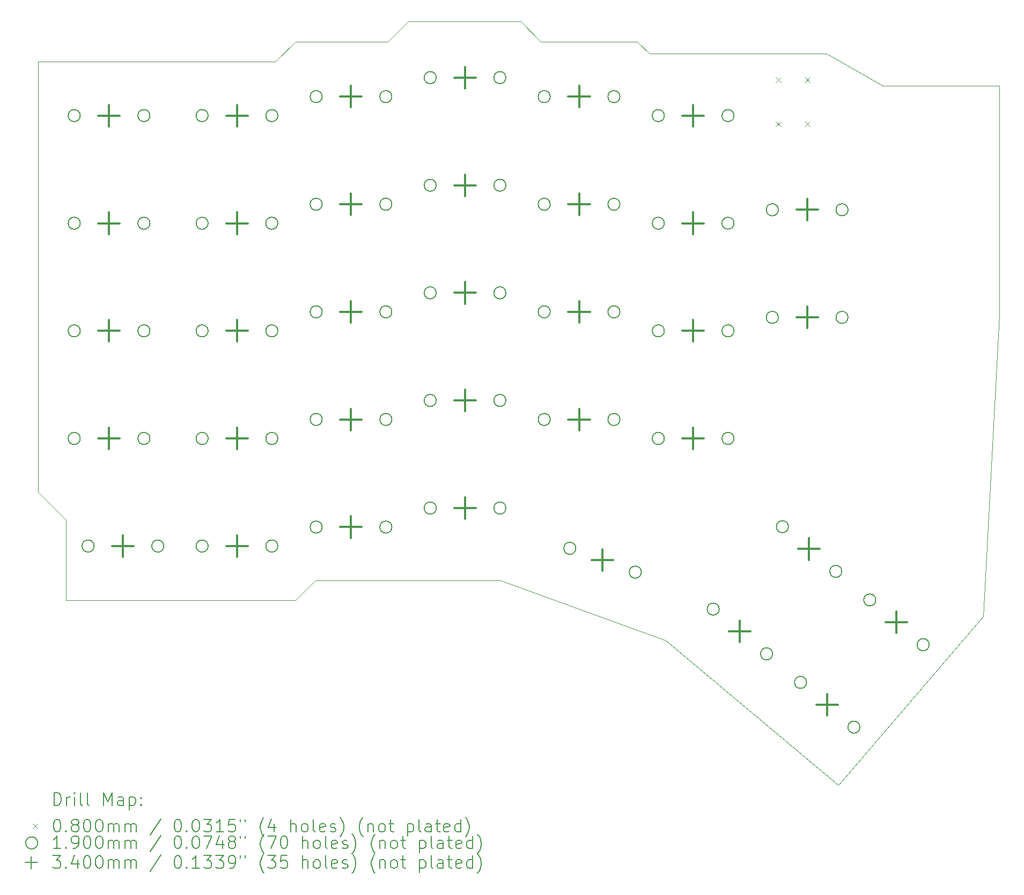
<source format=gbr>
%FSLAX45Y45*%
G04 Gerber Fmt 4.5, Leading zero omitted, Abs format (unit mm)*
G04 Created by KiCad (PCBNEW (6.0.5)) date 2022-06-20 01:21:09*
%MOMM*%
%LPD*%
G01*
G04 APERTURE LIST*
%TA.AperFunction,Profile*%
%ADD10C,0.100000*%
%TD*%
%ADD11C,0.200000*%
%ADD12C,0.080000*%
%ADD13C,0.190000*%
%ADD14C,0.340000*%
G04 APERTURE END LIST*
D10*
X11557000Y-4889500D02*
X11239500Y-4572000D01*
X13271500Y-5080000D02*
X13081000Y-4889500D01*
X16065500Y-5080000D02*
X13271500Y-5080000D01*
X9461500Y-4572000D02*
X9144000Y-4889500D01*
X9144000Y-4889500D02*
X7683500Y-4889500D01*
X16954500Y-5588000D02*
X16065500Y-5080000D01*
X4064000Y-12446000D02*
X4064000Y-13716000D01*
X16256000Y-16637000D02*
X18542000Y-13970000D01*
X7366000Y-5207000D02*
X3619500Y-5207000D01*
X13081000Y-4889500D02*
X11557000Y-4889500D01*
X18542000Y-13970000D02*
X18796000Y-9207500D01*
X11239500Y-4572000D02*
X9461500Y-4572000D01*
X18796000Y-5588000D02*
X16954500Y-5588000D01*
X3619500Y-5207000D02*
X3619500Y-12001500D01*
X3619500Y-12001500D02*
X4064000Y-12446000D01*
X18796000Y-9207500D02*
X18796000Y-5588000D01*
X7683500Y-13716000D02*
X8001000Y-13398500D01*
X7683500Y-4889500D02*
X7366000Y-5207000D01*
X8001000Y-13398500D02*
X10922000Y-13398500D01*
X4064000Y-13716000D02*
X7683500Y-13716000D01*
X10922000Y-13398500D02*
X13525500Y-14351000D01*
X13525500Y-14351000D02*
X16256000Y-16637000D01*
D11*
D12*
X15263500Y-5450750D02*
X15343500Y-5530750D01*
X15343500Y-5450750D02*
X15263500Y-5530750D01*
X15263500Y-6150750D02*
X15343500Y-6230750D01*
X15343500Y-6150750D02*
X15263500Y-6230750D01*
X15724291Y-5451182D02*
X15804291Y-5531182D01*
X15804291Y-5451182D02*
X15724291Y-5531182D01*
X15724291Y-6151182D02*
X15804291Y-6231182D01*
X15804291Y-6151182D02*
X15724291Y-6231182D01*
D13*
X4286000Y-6056440D02*
G75*
G03*
X4286000Y-6056440I-95000J0D01*
G01*
X4286000Y-7756440D02*
G75*
G03*
X4286000Y-7756440I-95000J0D01*
G01*
X4286000Y-9456440D02*
G75*
G03*
X4286000Y-9456440I-95000J0D01*
G01*
X4286000Y-11156440D02*
G75*
G03*
X4286000Y-11156440I-95000J0D01*
G01*
X4504750Y-12856440D02*
G75*
G03*
X4504750Y-12856440I-95000J0D01*
G01*
X5386000Y-6056440D02*
G75*
G03*
X5386000Y-6056440I-95000J0D01*
G01*
X5386000Y-7756440D02*
G75*
G03*
X5386000Y-7756440I-95000J0D01*
G01*
X5386000Y-9456440D02*
G75*
G03*
X5386000Y-9456440I-95000J0D01*
G01*
X5386000Y-11156440D02*
G75*
G03*
X5386000Y-11156440I-95000J0D01*
G01*
X5604750Y-12856440D02*
G75*
G03*
X5604750Y-12856440I-95000J0D01*
G01*
X6304750Y-6056440D02*
G75*
G03*
X6304750Y-6056440I-95000J0D01*
G01*
X6304750Y-7756440D02*
G75*
G03*
X6304750Y-7756440I-95000J0D01*
G01*
X6304750Y-9456440D02*
G75*
G03*
X6304750Y-9456440I-95000J0D01*
G01*
X6304750Y-11156440D02*
G75*
G03*
X6304750Y-11156440I-95000J0D01*
G01*
X6304750Y-12856440D02*
G75*
G03*
X6304750Y-12856440I-95000J0D01*
G01*
X7404750Y-6056440D02*
G75*
G03*
X7404750Y-6056440I-95000J0D01*
G01*
X7404750Y-7756440D02*
G75*
G03*
X7404750Y-7756440I-95000J0D01*
G01*
X7404750Y-9456440D02*
G75*
G03*
X7404750Y-9456440I-95000J0D01*
G01*
X7404750Y-11156440D02*
G75*
G03*
X7404750Y-11156440I-95000J0D01*
G01*
X7404750Y-12856440D02*
G75*
G03*
X7404750Y-12856440I-95000J0D01*
G01*
X8104750Y-5756440D02*
G75*
G03*
X8104750Y-5756440I-95000J0D01*
G01*
X8104750Y-7456440D02*
G75*
G03*
X8104750Y-7456440I-95000J0D01*
G01*
X8104750Y-9156440D02*
G75*
G03*
X8104750Y-9156440I-95000J0D01*
G01*
X8104750Y-10856440D02*
G75*
G03*
X8104750Y-10856440I-95000J0D01*
G01*
X8104750Y-12556440D02*
G75*
G03*
X8104750Y-12556440I-95000J0D01*
G01*
X9204750Y-5756440D02*
G75*
G03*
X9204750Y-5756440I-95000J0D01*
G01*
X9204750Y-7456440D02*
G75*
G03*
X9204750Y-7456440I-95000J0D01*
G01*
X9204750Y-9156440D02*
G75*
G03*
X9204750Y-9156440I-95000J0D01*
G01*
X9204750Y-10856440D02*
G75*
G03*
X9204750Y-10856440I-95000J0D01*
G01*
X9204750Y-12556440D02*
G75*
G03*
X9204750Y-12556440I-95000J0D01*
G01*
X9904750Y-5456440D02*
G75*
G03*
X9904750Y-5456440I-95000J0D01*
G01*
X9904750Y-7156440D02*
G75*
G03*
X9904750Y-7156440I-95000J0D01*
G01*
X9904750Y-8856440D02*
G75*
G03*
X9904750Y-8856440I-95000J0D01*
G01*
X9904750Y-10556440D02*
G75*
G03*
X9904750Y-10556440I-95000J0D01*
G01*
X9904750Y-12256440D02*
G75*
G03*
X9904750Y-12256440I-95000J0D01*
G01*
X11004750Y-5456440D02*
G75*
G03*
X11004750Y-5456440I-95000J0D01*
G01*
X11004750Y-7156440D02*
G75*
G03*
X11004750Y-7156440I-95000J0D01*
G01*
X11004750Y-8856440D02*
G75*
G03*
X11004750Y-8856440I-95000J0D01*
G01*
X11004750Y-10556440D02*
G75*
G03*
X11004750Y-10556440I-95000J0D01*
G01*
X11004750Y-12256440D02*
G75*
G03*
X11004750Y-12256440I-95000J0D01*
G01*
X11704750Y-5756440D02*
G75*
G03*
X11704750Y-5756440I-95000J0D01*
G01*
X11704750Y-7456440D02*
G75*
G03*
X11704750Y-7456440I-95000J0D01*
G01*
X11704750Y-9156440D02*
G75*
G03*
X11704750Y-9156440I-95000J0D01*
G01*
X11704750Y-10856440D02*
G75*
G03*
X11704750Y-10856440I-95000J0D01*
G01*
X12108887Y-12891834D02*
G75*
G03*
X12108887Y-12891834I-95000J0D01*
G01*
X12804750Y-5756440D02*
G75*
G03*
X12804750Y-5756440I-95000J0D01*
G01*
X12804750Y-7456440D02*
G75*
G03*
X12804750Y-7456440I-95000J0D01*
G01*
X12804750Y-9156440D02*
G75*
G03*
X12804750Y-9156440I-95000J0D01*
G01*
X12804750Y-10856440D02*
G75*
G03*
X12804750Y-10856440I-95000J0D01*
G01*
X13142549Y-13268056D02*
G75*
G03*
X13142549Y-13268056I-95000J0D01*
G01*
X13504750Y-6056440D02*
G75*
G03*
X13504750Y-6056440I-95000J0D01*
G01*
X13504750Y-7756440D02*
G75*
G03*
X13504750Y-7756440I-95000J0D01*
G01*
X13504750Y-9456440D02*
G75*
G03*
X13504750Y-9456440I-95000J0D01*
G01*
X13504750Y-11156440D02*
G75*
G03*
X13504750Y-11156440I-95000J0D01*
G01*
X14371230Y-13852848D02*
G75*
G03*
X14371230Y-13852848I-95000J0D01*
G01*
X14604750Y-6056440D02*
G75*
G03*
X14604750Y-6056440I-95000J0D01*
G01*
X14604750Y-7756440D02*
G75*
G03*
X14604750Y-7756440I-95000J0D01*
G01*
X14604750Y-9456440D02*
G75*
G03*
X14604750Y-9456440I-95000J0D01*
G01*
X14604750Y-11156440D02*
G75*
G03*
X14604750Y-11156440I-95000J0D01*
G01*
X15213879Y-14559914D02*
G75*
G03*
X15213879Y-14559914I-95000J0D01*
G01*
X15304750Y-7543940D02*
G75*
G03*
X15304750Y-7543940I-95000J0D01*
G01*
X15304750Y-9243940D02*
G75*
G03*
X15304750Y-9243940I-95000J0D01*
G01*
X15463969Y-12550572D02*
G75*
G03*
X15463969Y-12550572I-95000J0D01*
G01*
X15750110Y-15009865D02*
G75*
G03*
X15750110Y-15009865I-95000J0D01*
G01*
X16306618Y-13257638D02*
G75*
G03*
X16306618Y-13257638I-95000J0D01*
G01*
X16404750Y-7543940D02*
G75*
G03*
X16404750Y-7543940I-95000J0D01*
G01*
X16404750Y-9243940D02*
G75*
G03*
X16404750Y-9243940I-95000J0D01*
G01*
X16592759Y-15716932D02*
G75*
G03*
X16592759Y-15716932I-95000J0D01*
G01*
X16842849Y-13707590D02*
G75*
G03*
X16842849Y-13707590I-95000J0D01*
G01*
X17685498Y-14414656D02*
G75*
G03*
X17685498Y-14414656I-95000J0D01*
G01*
D14*
X4741000Y-5886440D02*
X4741000Y-6226440D01*
X4571000Y-6056440D02*
X4911000Y-6056440D01*
X4741000Y-7586440D02*
X4741000Y-7926440D01*
X4571000Y-7756440D02*
X4911000Y-7756440D01*
X4741000Y-9286440D02*
X4741000Y-9626440D01*
X4571000Y-9456440D02*
X4911000Y-9456440D01*
X4741000Y-10986440D02*
X4741000Y-11326440D01*
X4571000Y-11156440D02*
X4911000Y-11156440D01*
X4959750Y-12686440D02*
X4959750Y-13026440D01*
X4789750Y-12856440D02*
X5129750Y-12856440D01*
X6759750Y-5886440D02*
X6759750Y-6226440D01*
X6589750Y-6056440D02*
X6929750Y-6056440D01*
X6759750Y-7586440D02*
X6759750Y-7926440D01*
X6589750Y-7756440D02*
X6929750Y-7756440D01*
X6759750Y-9286440D02*
X6759750Y-9626440D01*
X6589750Y-9456440D02*
X6929750Y-9456440D01*
X6759750Y-10986440D02*
X6759750Y-11326440D01*
X6589750Y-11156440D02*
X6929750Y-11156440D01*
X6759750Y-12686440D02*
X6759750Y-13026440D01*
X6589750Y-12856440D02*
X6929750Y-12856440D01*
X8559750Y-5586440D02*
X8559750Y-5926440D01*
X8389750Y-5756440D02*
X8729750Y-5756440D01*
X8559750Y-7286440D02*
X8559750Y-7626440D01*
X8389750Y-7456440D02*
X8729750Y-7456440D01*
X8559750Y-8986440D02*
X8559750Y-9326440D01*
X8389750Y-9156440D02*
X8729750Y-9156440D01*
X8559750Y-10686440D02*
X8559750Y-11026440D01*
X8389750Y-10856440D02*
X8729750Y-10856440D01*
X8559750Y-12386440D02*
X8559750Y-12726440D01*
X8389750Y-12556440D02*
X8729750Y-12556440D01*
X10359750Y-5286440D02*
X10359750Y-5626440D01*
X10189750Y-5456440D02*
X10529750Y-5456440D01*
X10359750Y-6986440D02*
X10359750Y-7326440D01*
X10189750Y-7156440D02*
X10529750Y-7156440D01*
X10359750Y-8686440D02*
X10359750Y-9026440D01*
X10189750Y-8856440D02*
X10529750Y-8856440D01*
X10359750Y-10386440D02*
X10359750Y-10726440D01*
X10189750Y-10556440D02*
X10529750Y-10556440D01*
X10359750Y-12086440D02*
X10359750Y-12426440D01*
X10189750Y-12256440D02*
X10529750Y-12256440D01*
X12159750Y-5586440D02*
X12159750Y-5926440D01*
X11989750Y-5756440D02*
X12329750Y-5756440D01*
X12159750Y-7286440D02*
X12159750Y-7626440D01*
X11989750Y-7456440D02*
X12329750Y-7456440D01*
X12159750Y-8986440D02*
X12159750Y-9326440D01*
X11989750Y-9156440D02*
X12329750Y-9156440D01*
X12159750Y-10686440D02*
X12159750Y-11026440D01*
X11989750Y-10856440D02*
X12329750Y-10856440D01*
X12530718Y-12909945D02*
X12530718Y-13249945D01*
X12360718Y-13079945D02*
X12700718Y-13079945D01*
X13959750Y-5886440D02*
X13959750Y-6226440D01*
X13789750Y-6056440D02*
X14129750Y-6056440D01*
X13959750Y-7586440D02*
X13959750Y-7926440D01*
X13789750Y-7756440D02*
X14129750Y-7756440D01*
X13959750Y-9286440D02*
X13959750Y-9626440D01*
X13789750Y-9456440D02*
X14129750Y-9456440D01*
X13959750Y-10986440D02*
X13959750Y-11326440D01*
X13789750Y-11156440D02*
X14129750Y-11156440D01*
X14697555Y-14036381D02*
X14697555Y-14376381D01*
X14527555Y-14206381D02*
X14867555Y-14206381D01*
X15759750Y-7373940D02*
X15759750Y-7713940D01*
X15589750Y-7543940D02*
X15929750Y-7543940D01*
X15759750Y-9073940D02*
X15759750Y-9413940D01*
X15589750Y-9243940D02*
X15929750Y-9243940D01*
X15790293Y-12734105D02*
X15790293Y-13074105D01*
X15620293Y-12904105D02*
X15960293Y-12904105D01*
X16076435Y-15193398D02*
X16076435Y-15533398D01*
X15906435Y-15363398D02*
X16246435Y-15363398D01*
X17169174Y-13891123D02*
X17169174Y-14231123D01*
X16999174Y-14061123D02*
X17339174Y-14061123D01*
D11*
X3872119Y-16952476D02*
X3872119Y-16752476D01*
X3919738Y-16752476D01*
X3948309Y-16762000D01*
X3967357Y-16781048D01*
X3976881Y-16800095D01*
X3986405Y-16838190D01*
X3986405Y-16866762D01*
X3976881Y-16904857D01*
X3967357Y-16923905D01*
X3948309Y-16942952D01*
X3919738Y-16952476D01*
X3872119Y-16952476D01*
X4072119Y-16952476D02*
X4072119Y-16819143D01*
X4072119Y-16857238D02*
X4081643Y-16838190D01*
X4091167Y-16828667D01*
X4110214Y-16819143D01*
X4129262Y-16819143D01*
X4195929Y-16952476D02*
X4195929Y-16819143D01*
X4195929Y-16752476D02*
X4186405Y-16762000D01*
X4195929Y-16771524D01*
X4205452Y-16762000D01*
X4195929Y-16752476D01*
X4195929Y-16771524D01*
X4319738Y-16952476D02*
X4300690Y-16942952D01*
X4291167Y-16923905D01*
X4291167Y-16752476D01*
X4424500Y-16952476D02*
X4405452Y-16942952D01*
X4395929Y-16923905D01*
X4395929Y-16752476D01*
X4653071Y-16952476D02*
X4653071Y-16752476D01*
X4719738Y-16895333D01*
X4786405Y-16752476D01*
X4786405Y-16952476D01*
X4967357Y-16952476D02*
X4967357Y-16847714D01*
X4957833Y-16828667D01*
X4938786Y-16819143D01*
X4900690Y-16819143D01*
X4881643Y-16828667D01*
X4967357Y-16942952D02*
X4948310Y-16952476D01*
X4900690Y-16952476D01*
X4881643Y-16942952D01*
X4872119Y-16923905D01*
X4872119Y-16904857D01*
X4881643Y-16885810D01*
X4900690Y-16876286D01*
X4948310Y-16876286D01*
X4967357Y-16866762D01*
X5062595Y-16819143D02*
X5062595Y-17019143D01*
X5062595Y-16828667D02*
X5081643Y-16819143D01*
X5119738Y-16819143D01*
X5138786Y-16828667D01*
X5148310Y-16838190D01*
X5157833Y-16857238D01*
X5157833Y-16914381D01*
X5148310Y-16933429D01*
X5138786Y-16942952D01*
X5119738Y-16952476D01*
X5081643Y-16952476D01*
X5062595Y-16942952D01*
X5243548Y-16933429D02*
X5253071Y-16942952D01*
X5243548Y-16952476D01*
X5234024Y-16942952D01*
X5243548Y-16933429D01*
X5243548Y-16952476D01*
X5243548Y-16828667D02*
X5253071Y-16838190D01*
X5243548Y-16847714D01*
X5234024Y-16838190D01*
X5243548Y-16828667D01*
X5243548Y-16847714D01*
D12*
X3534500Y-17242000D02*
X3614500Y-17322000D01*
X3614500Y-17242000D02*
X3534500Y-17322000D01*
D11*
X3910214Y-17172476D02*
X3929262Y-17172476D01*
X3948309Y-17182000D01*
X3957833Y-17191524D01*
X3967357Y-17210571D01*
X3976881Y-17248667D01*
X3976881Y-17296286D01*
X3967357Y-17334381D01*
X3957833Y-17353429D01*
X3948309Y-17362952D01*
X3929262Y-17372476D01*
X3910214Y-17372476D01*
X3891167Y-17362952D01*
X3881643Y-17353429D01*
X3872119Y-17334381D01*
X3862595Y-17296286D01*
X3862595Y-17248667D01*
X3872119Y-17210571D01*
X3881643Y-17191524D01*
X3891167Y-17182000D01*
X3910214Y-17172476D01*
X4062595Y-17353429D02*
X4072119Y-17362952D01*
X4062595Y-17372476D01*
X4053071Y-17362952D01*
X4062595Y-17353429D01*
X4062595Y-17372476D01*
X4186405Y-17258190D02*
X4167357Y-17248667D01*
X4157833Y-17239143D01*
X4148309Y-17220095D01*
X4148309Y-17210571D01*
X4157833Y-17191524D01*
X4167357Y-17182000D01*
X4186405Y-17172476D01*
X4224500Y-17172476D01*
X4243548Y-17182000D01*
X4253071Y-17191524D01*
X4262595Y-17210571D01*
X4262595Y-17220095D01*
X4253071Y-17239143D01*
X4243548Y-17248667D01*
X4224500Y-17258190D01*
X4186405Y-17258190D01*
X4167357Y-17267714D01*
X4157833Y-17277238D01*
X4148309Y-17296286D01*
X4148309Y-17334381D01*
X4157833Y-17353429D01*
X4167357Y-17362952D01*
X4186405Y-17372476D01*
X4224500Y-17372476D01*
X4243548Y-17362952D01*
X4253071Y-17353429D01*
X4262595Y-17334381D01*
X4262595Y-17296286D01*
X4253071Y-17277238D01*
X4243548Y-17267714D01*
X4224500Y-17258190D01*
X4386405Y-17172476D02*
X4405452Y-17172476D01*
X4424500Y-17182000D01*
X4434024Y-17191524D01*
X4443548Y-17210571D01*
X4453071Y-17248667D01*
X4453071Y-17296286D01*
X4443548Y-17334381D01*
X4434024Y-17353429D01*
X4424500Y-17362952D01*
X4405452Y-17372476D01*
X4386405Y-17372476D01*
X4367357Y-17362952D01*
X4357833Y-17353429D01*
X4348310Y-17334381D01*
X4338786Y-17296286D01*
X4338786Y-17248667D01*
X4348310Y-17210571D01*
X4357833Y-17191524D01*
X4367357Y-17182000D01*
X4386405Y-17172476D01*
X4576881Y-17172476D02*
X4595929Y-17172476D01*
X4614976Y-17182000D01*
X4624500Y-17191524D01*
X4634024Y-17210571D01*
X4643548Y-17248667D01*
X4643548Y-17296286D01*
X4634024Y-17334381D01*
X4624500Y-17353429D01*
X4614976Y-17362952D01*
X4595929Y-17372476D01*
X4576881Y-17372476D01*
X4557833Y-17362952D01*
X4548310Y-17353429D01*
X4538786Y-17334381D01*
X4529262Y-17296286D01*
X4529262Y-17248667D01*
X4538786Y-17210571D01*
X4548310Y-17191524D01*
X4557833Y-17182000D01*
X4576881Y-17172476D01*
X4729262Y-17372476D02*
X4729262Y-17239143D01*
X4729262Y-17258190D02*
X4738786Y-17248667D01*
X4757833Y-17239143D01*
X4786405Y-17239143D01*
X4805452Y-17248667D01*
X4814976Y-17267714D01*
X4814976Y-17372476D01*
X4814976Y-17267714D02*
X4824500Y-17248667D01*
X4843548Y-17239143D01*
X4872119Y-17239143D01*
X4891167Y-17248667D01*
X4900690Y-17267714D01*
X4900690Y-17372476D01*
X4995929Y-17372476D02*
X4995929Y-17239143D01*
X4995929Y-17258190D02*
X5005452Y-17248667D01*
X5024500Y-17239143D01*
X5053071Y-17239143D01*
X5072119Y-17248667D01*
X5081643Y-17267714D01*
X5081643Y-17372476D01*
X5081643Y-17267714D02*
X5091167Y-17248667D01*
X5110214Y-17239143D01*
X5138786Y-17239143D01*
X5157833Y-17248667D01*
X5167357Y-17267714D01*
X5167357Y-17372476D01*
X5557833Y-17162952D02*
X5386405Y-17420095D01*
X5814976Y-17172476D02*
X5834024Y-17172476D01*
X5853071Y-17182000D01*
X5862595Y-17191524D01*
X5872119Y-17210571D01*
X5881643Y-17248667D01*
X5881643Y-17296286D01*
X5872119Y-17334381D01*
X5862595Y-17353429D01*
X5853071Y-17362952D01*
X5834024Y-17372476D01*
X5814976Y-17372476D01*
X5795928Y-17362952D01*
X5786405Y-17353429D01*
X5776881Y-17334381D01*
X5767357Y-17296286D01*
X5767357Y-17248667D01*
X5776881Y-17210571D01*
X5786405Y-17191524D01*
X5795928Y-17182000D01*
X5814976Y-17172476D01*
X5967357Y-17353429D02*
X5976881Y-17362952D01*
X5967357Y-17372476D01*
X5957833Y-17362952D01*
X5967357Y-17353429D01*
X5967357Y-17372476D01*
X6100690Y-17172476D02*
X6119738Y-17172476D01*
X6138786Y-17182000D01*
X6148309Y-17191524D01*
X6157833Y-17210571D01*
X6167357Y-17248667D01*
X6167357Y-17296286D01*
X6157833Y-17334381D01*
X6148309Y-17353429D01*
X6138786Y-17362952D01*
X6119738Y-17372476D01*
X6100690Y-17372476D01*
X6081643Y-17362952D01*
X6072119Y-17353429D01*
X6062595Y-17334381D01*
X6053071Y-17296286D01*
X6053071Y-17248667D01*
X6062595Y-17210571D01*
X6072119Y-17191524D01*
X6081643Y-17182000D01*
X6100690Y-17172476D01*
X6234024Y-17172476D02*
X6357833Y-17172476D01*
X6291167Y-17248667D01*
X6319738Y-17248667D01*
X6338786Y-17258190D01*
X6348309Y-17267714D01*
X6357833Y-17286762D01*
X6357833Y-17334381D01*
X6348309Y-17353429D01*
X6338786Y-17362952D01*
X6319738Y-17372476D01*
X6262595Y-17372476D01*
X6243548Y-17362952D01*
X6234024Y-17353429D01*
X6548309Y-17372476D02*
X6434024Y-17372476D01*
X6491167Y-17372476D02*
X6491167Y-17172476D01*
X6472119Y-17201048D01*
X6453071Y-17220095D01*
X6434024Y-17229619D01*
X6729262Y-17172476D02*
X6634024Y-17172476D01*
X6624500Y-17267714D01*
X6634024Y-17258190D01*
X6653071Y-17248667D01*
X6700690Y-17248667D01*
X6719738Y-17258190D01*
X6729262Y-17267714D01*
X6738786Y-17286762D01*
X6738786Y-17334381D01*
X6729262Y-17353429D01*
X6719738Y-17362952D01*
X6700690Y-17372476D01*
X6653071Y-17372476D01*
X6634024Y-17362952D01*
X6624500Y-17353429D01*
X6814976Y-17172476D02*
X6814976Y-17210571D01*
X6891167Y-17172476D02*
X6891167Y-17210571D01*
X7186405Y-17448667D02*
X7176881Y-17439143D01*
X7157833Y-17410571D01*
X7148309Y-17391524D01*
X7138786Y-17362952D01*
X7129262Y-17315333D01*
X7129262Y-17277238D01*
X7138786Y-17229619D01*
X7148309Y-17201048D01*
X7157833Y-17182000D01*
X7176881Y-17153429D01*
X7186405Y-17143905D01*
X7348309Y-17239143D02*
X7348309Y-17372476D01*
X7300690Y-17162952D02*
X7253071Y-17305810D01*
X7376881Y-17305810D01*
X7605452Y-17372476D02*
X7605452Y-17172476D01*
X7691167Y-17372476D02*
X7691167Y-17267714D01*
X7681643Y-17248667D01*
X7662595Y-17239143D01*
X7634024Y-17239143D01*
X7614976Y-17248667D01*
X7605452Y-17258190D01*
X7814976Y-17372476D02*
X7795928Y-17362952D01*
X7786405Y-17353429D01*
X7776881Y-17334381D01*
X7776881Y-17277238D01*
X7786405Y-17258190D01*
X7795928Y-17248667D01*
X7814976Y-17239143D01*
X7843548Y-17239143D01*
X7862595Y-17248667D01*
X7872119Y-17258190D01*
X7881643Y-17277238D01*
X7881643Y-17334381D01*
X7872119Y-17353429D01*
X7862595Y-17362952D01*
X7843548Y-17372476D01*
X7814976Y-17372476D01*
X7995928Y-17372476D02*
X7976881Y-17362952D01*
X7967357Y-17343905D01*
X7967357Y-17172476D01*
X8148309Y-17362952D02*
X8129262Y-17372476D01*
X8091167Y-17372476D01*
X8072119Y-17362952D01*
X8062595Y-17343905D01*
X8062595Y-17267714D01*
X8072119Y-17248667D01*
X8091167Y-17239143D01*
X8129262Y-17239143D01*
X8148309Y-17248667D01*
X8157833Y-17267714D01*
X8157833Y-17286762D01*
X8062595Y-17305810D01*
X8234024Y-17362952D02*
X8253071Y-17372476D01*
X8291167Y-17372476D01*
X8310214Y-17362952D01*
X8319738Y-17343905D01*
X8319738Y-17334381D01*
X8310214Y-17315333D01*
X8291167Y-17305810D01*
X8262595Y-17305810D01*
X8243548Y-17296286D01*
X8234024Y-17277238D01*
X8234024Y-17267714D01*
X8243548Y-17248667D01*
X8262595Y-17239143D01*
X8291167Y-17239143D01*
X8310214Y-17248667D01*
X8386405Y-17448667D02*
X8395929Y-17439143D01*
X8414976Y-17410571D01*
X8424500Y-17391524D01*
X8434024Y-17362952D01*
X8443548Y-17315333D01*
X8443548Y-17277238D01*
X8434024Y-17229619D01*
X8424500Y-17201048D01*
X8414976Y-17182000D01*
X8395929Y-17153429D01*
X8386405Y-17143905D01*
X8748310Y-17448667D02*
X8738786Y-17439143D01*
X8719738Y-17410571D01*
X8710214Y-17391524D01*
X8700690Y-17362952D01*
X8691167Y-17315333D01*
X8691167Y-17277238D01*
X8700690Y-17229619D01*
X8710214Y-17201048D01*
X8719738Y-17182000D01*
X8738786Y-17153429D01*
X8748310Y-17143905D01*
X8824500Y-17239143D02*
X8824500Y-17372476D01*
X8824500Y-17258190D02*
X8834024Y-17248667D01*
X8853071Y-17239143D01*
X8881643Y-17239143D01*
X8900690Y-17248667D01*
X8910214Y-17267714D01*
X8910214Y-17372476D01*
X9034024Y-17372476D02*
X9014976Y-17362952D01*
X9005452Y-17353429D01*
X8995929Y-17334381D01*
X8995929Y-17277238D01*
X9005452Y-17258190D01*
X9014976Y-17248667D01*
X9034024Y-17239143D01*
X9062595Y-17239143D01*
X9081643Y-17248667D01*
X9091167Y-17258190D01*
X9100690Y-17277238D01*
X9100690Y-17334381D01*
X9091167Y-17353429D01*
X9081643Y-17362952D01*
X9062595Y-17372476D01*
X9034024Y-17372476D01*
X9157833Y-17239143D02*
X9234024Y-17239143D01*
X9186405Y-17172476D02*
X9186405Y-17343905D01*
X9195929Y-17362952D01*
X9214976Y-17372476D01*
X9234024Y-17372476D01*
X9453071Y-17239143D02*
X9453071Y-17439143D01*
X9453071Y-17248667D02*
X9472119Y-17239143D01*
X9510214Y-17239143D01*
X9529262Y-17248667D01*
X9538786Y-17258190D01*
X9548310Y-17277238D01*
X9548310Y-17334381D01*
X9538786Y-17353429D01*
X9529262Y-17362952D01*
X9510214Y-17372476D01*
X9472119Y-17372476D01*
X9453071Y-17362952D01*
X9662595Y-17372476D02*
X9643548Y-17362952D01*
X9634024Y-17343905D01*
X9634024Y-17172476D01*
X9824500Y-17372476D02*
X9824500Y-17267714D01*
X9814976Y-17248667D01*
X9795929Y-17239143D01*
X9757833Y-17239143D01*
X9738786Y-17248667D01*
X9824500Y-17362952D02*
X9805452Y-17372476D01*
X9757833Y-17372476D01*
X9738786Y-17362952D01*
X9729262Y-17343905D01*
X9729262Y-17324857D01*
X9738786Y-17305810D01*
X9757833Y-17296286D01*
X9805452Y-17296286D01*
X9824500Y-17286762D01*
X9891167Y-17239143D02*
X9967357Y-17239143D01*
X9919738Y-17172476D02*
X9919738Y-17343905D01*
X9929262Y-17362952D01*
X9948310Y-17372476D01*
X9967357Y-17372476D01*
X10110214Y-17362952D02*
X10091167Y-17372476D01*
X10053071Y-17372476D01*
X10034024Y-17362952D01*
X10024500Y-17343905D01*
X10024500Y-17267714D01*
X10034024Y-17248667D01*
X10053071Y-17239143D01*
X10091167Y-17239143D01*
X10110214Y-17248667D01*
X10119738Y-17267714D01*
X10119738Y-17286762D01*
X10024500Y-17305810D01*
X10291167Y-17372476D02*
X10291167Y-17172476D01*
X10291167Y-17362952D02*
X10272119Y-17372476D01*
X10234024Y-17372476D01*
X10214976Y-17362952D01*
X10205452Y-17353429D01*
X10195929Y-17334381D01*
X10195929Y-17277238D01*
X10205452Y-17258190D01*
X10214976Y-17248667D01*
X10234024Y-17239143D01*
X10272119Y-17239143D01*
X10291167Y-17248667D01*
X10367357Y-17448667D02*
X10376881Y-17439143D01*
X10395929Y-17410571D01*
X10405452Y-17391524D01*
X10414976Y-17362952D01*
X10424500Y-17315333D01*
X10424500Y-17277238D01*
X10414976Y-17229619D01*
X10405452Y-17201048D01*
X10395929Y-17182000D01*
X10376881Y-17153429D01*
X10367357Y-17143905D01*
D13*
X3614500Y-17546000D02*
G75*
G03*
X3614500Y-17546000I-95000J0D01*
G01*
D11*
X3976881Y-17636476D02*
X3862595Y-17636476D01*
X3919738Y-17636476D02*
X3919738Y-17436476D01*
X3900690Y-17465048D01*
X3881643Y-17484095D01*
X3862595Y-17493619D01*
X4062595Y-17617429D02*
X4072119Y-17626952D01*
X4062595Y-17636476D01*
X4053071Y-17626952D01*
X4062595Y-17617429D01*
X4062595Y-17636476D01*
X4167357Y-17636476D02*
X4205452Y-17636476D01*
X4224500Y-17626952D01*
X4234024Y-17617429D01*
X4253071Y-17588857D01*
X4262595Y-17550762D01*
X4262595Y-17474571D01*
X4253071Y-17455524D01*
X4243548Y-17446000D01*
X4224500Y-17436476D01*
X4186405Y-17436476D01*
X4167357Y-17446000D01*
X4157833Y-17455524D01*
X4148309Y-17474571D01*
X4148309Y-17522190D01*
X4157833Y-17541238D01*
X4167357Y-17550762D01*
X4186405Y-17560286D01*
X4224500Y-17560286D01*
X4243548Y-17550762D01*
X4253071Y-17541238D01*
X4262595Y-17522190D01*
X4386405Y-17436476D02*
X4405452Y-17436476D01*
X4424500Y-17446000D01*
X4434024Y-17455524D01*
X4443548Y-17474571D01*
X4453071Y-17512667D01*
X4453071Y-17560286D01*
X4443548Y-17598381D01*
X4434024Y-17617429D01*
X4424500Y-17626952D01*
X4405452Y-17636476D01*
X4386405Y-17636476D01*
X4367357Y-17626952D01*
X4357833Y-17617429D01*
X4348310Y-17598381D01*
X4338786Y-17560286D01*
X4338786Y-17512667D01*
X4348310Y-17474571D01*
X4357833Y-17455524D01*
X4367357Y-17446000D01*
X4386405Y-17436476D01*
X4576881Y-17436476D02*
X4595929Y-17436476D01*
X4614976Y-17446000D01*
X4624500Y-17455524D01*
X4634024Y-17474571D01*
X4643548Y-17512667D01*
X4643548Y-17560286D01*
X4634024Y-17598381D01*
X4624500Y-17617429D01*
X4614976Y-17626952D01*
X4595929Y-17636476D01*
X4576881Y-17636476D01*
X4557833Y-17626952D01*
X4548310Y-17617429D01*
X4538786Y-17598381D01*
X4529262Y-17560286D01*
X4529262Y-17512667D01*
X4538786Y-17474571D01*
X4548310Y-17455524D01*
X4557833Y-17446000D01*
X4576881Y-17436476D01*
X4729262Y-17636476D02*
X4729262Y-17503143D01*
X4729262Y-17522190D02*
X4738786Y-17512667D01*
X4757833Y-17503143D01*
X4786405Y-17503143D01*
X4805452Y-17512667D01*
X4814976Y-17531714D01*
X4814976Y-17636476D01*
X4814976Y-17531714D02*
X4824500Y-17512667D01*
X4843548Y-17503143D01*
X4872119Y-17503143D01*
X4891167Y-17512667D01*
X4900690Y-17531714D01*
X4900690Y-17636476D01*
X4995929Y-17636476D02*
X4995929Y-17503143D01*
X4995929Y-17522190D02*
X5005452Y-17512667D01*
X5024500Y-17503143D01*
X5053071Y-17503143D01*
X5072119Y-17512667D01*
X5081643Y-17531714D01*
X5081643Y-17636476D01*
X5081643Y-17531714D02*
X5091167Y-17512667D01*
X5110214Y-17503143D01*
X5138786Y-17503143D01*
X5157833Y-17512667D01*
X5167357Y-17531714D01*
X5167357Y-17636476D01*
X5557833Y-17426952D02*
X5386405Y-17684095D01*
X5814976Y-17436476D02*
X5834024Y-17436476D01*
X5853071Y-17446000D01*
X5862595Y-17455524D01*
X5872119Y-17474571D01*
X5881643Y-17512667D01*
X5881643Y-17560286D01*
X5872119Y-17598381D01*
X5862595Y-17617429D01*
X5853071Y-17626952D01*
X5834024Y-17636476D01*
X5814976Y-17636476D01*
X5795928Y-17626952D01*
X5786405Y-17617429D01*
X5776881Y-17598381D01*
X5767357Y-17560286D01*
X5767357Y-17512667D01*
X5776881Y-17474571D01*
X5786405Y-17455524D01*
X5795928Y-17446000D01*
X5814976Y-17436476D01*
X5967357Y-17617429D02*
X5976881Y-17626952D01*
X5967357Y-17636476D01*
X5957833Y-17626952D01*
X5967357Y-17617429D01*
X5967357Y-17636476D01*
X6100690Y-17436476D02*
X6119738Y-17436476D01*
X6138786Y-17446000D01*
X6148309Y-17455524D01*
X6157833Y-17474571D01*
X6167357Y-17512667D01*
X6167357Y-17560286D01*
X6157833Y-17598381D01*
X6148309Y-17617429D01*
X6138786Y-17626952D01*
X6119738Y-17636476D01*
X6100690Y-17636476D01*
X6081643Y-17626952D01*
X6072119Y-17617429D01*
X6062595Y-17598381D01*
X6053071Y-17560286D01*
X6053071Y-17512667D01*
X6062595Y-17474571D01*
X6072119Y-17455524D01*
X6081643Y-17446000D01*
X6100690Y-17436476D01*
X6234024Y-17436476D02*
X6367357Y-17436476D01*
X6281643Y-17636476D01*
X6529262Y-17503143D02*
X6529262Y-17636476D01*
X6481643Y-17426952D02*
X6434024Y-17569810D01*
X6557833Y-17569810D01*
X6662595Y-17522190D02*
X6643548Y-17512667D01*
X6634024Y-17503143D01*
X6624500Y-17484095D01*
X6624500Y-17474571D01*
X6634024Y-17455524D01*
X6643548Y-17446000D01*
X6662595Y-17436476D01*
X6700690Y-17436476D01*
X6719738Y-17446000D01*
X6729262Y-17455524D01*
X6738786Y-17474571D01*
X6738786Y-17484095D01*
X6729262Y-17503143D01*
X6719738Y-17512667D01*
X6700690Y-17522190D01*
X6662595Y-17522190D01*
X6643548Y-17531714D01*
X6634024Y-17541238D01*
X6624500Y-17560286D01*
X6624500Y-17598381D01*
X6634024Y-17617429D01*
X6643548Y-17626952D01*
X6662595Y-17636476D01*
X6700690Y-17636476D01*
X6719738Y-17626952D01*
X6729262Y-17617429D01*
X6738786Y-17598381D01*
X6738786Y-17560286D01*
X6729262Y-17541238D01*
X6719738Y-17531714D01*
X6700690Y-17522190D01*
X6814976Y-17436476D02*
X6814976Y-17474571D01*
X6891167Y-17436476D02*
X6891167Y-17474571D01*
X7186405Y-17712667D02*
X7176881Y-17703143D01*
X7157833Y-17674571D01*
X7148309Y-17655524D01*
X7138786Y-17626952D01*
X7129262Y-17579333D01*
X7129262Y-17541238D01*
X7138786Y-17493619D01*
X7148309Y-17465048D01*
X7157833Y-17446000D01*
X7176881Y-17417429D01*
X7186405Y-17407905D01*
X7243548Y-17436476D02*
X7376881Y-17436476D01*
X7291167Y-17636476D01*
X7491167Y-17436476D02*
X7510214Y-17436476D01*
X7529262Y-17446000D01*
X7538786Y-17455524D01*
X7548309Y-17474571D01*
X7557833Y-17512667D01*
X7557833Y-17560286D01*
X7548309Y-17598381D01*
X7538786Y-17617429D01*
X7529262Y-17626952D01*
X7510214Y-17636476D01*
X7491167Y-17636476D01*
X7472119Y-17626952D01*
X7462595Y-17617429D01*
X7453071Y-17598381D01*
X7443548Y-17560286D01*
X7443548Y-17512667D01*
X7453071Y-17474571D01*
X7462595Y-17455524D01*
X7472119Y-17446000D01*
X7491167Y-17436476D01*
X7795928Y-17636476D02*
X7795928Y-17436476D01*
X7881643Y-17636476D02*
X7881643Y-17531714D01*
X7872119Y-17512667D01*
X7853071Y-17503143D01*
X7824500Y-17503143D01*
X7805452Y-17512667D01*
X7795928Y-17522190D01*
X8005452Y-17636476D02*
X7986405Y-17626952D01*
X7976881Y-17617429D01*
X7967357Y-17598381D01*
X7967357Y-17541238D01*
X7976881Y-17522190D01*
X7986405Y-17512667D01*
X8005452Y-17503143D01*
X8034024Y-17503143D01*
X8053071Y-17512667D01*
X8062595Y-17522190D01*
X8072119Y-17541238D01*
X8072119Y-17598381D01*
X8062595Y-17617429D01*
X8053071Y-17626952D01*
X8034024Y-17636476D01*
X8005452Y-17636476D01*
X8186405Y-17636476D02*
X8167357Y-17626952D01*
X8157833Y-17607905D01*
X8157833Y-17436476D01*
X8338786Y-17626952D02*
X8319738Y-17636476D01*
X8281643Y-17636476D01*
X8262595Y-17626952D01*
X8253071Y-17607905D01*
X8253071Y-17531714D01*
X8262595Y-17512667D01*
X8281643Y-17503143D01*
X8319738Y-17503143D01*
X8338786Y-17512667D01*
X8348309Y-17531714D01*
X8348309Y-17550762D01*
X8253071Y-17569810D01*
X8424500Y-17626952D02*
X8443548Y-17636476D01*
X8481643Y-17636476D01*
X8500690Y-17626952D01*
X8510214Y-17607905D01*
X8510214Y-17598381D01*
X8500690Y-17579333D01*
X8481643Y-17569810D01*
X8453071Y-17569810D01*
X8434024Y-17560286D01*
X8424500Y-17541238D01*
X8424500Y-17531714D01*
X8434024Y-17512667D01*
X8453071Y-17503143D01*
X8481643Y-17503143D01*
X8500690Y-17512667D01*
X8576881Y-17712667D02*
X8586405Y-17703143D01*
X8605452Y-17674571D01*
X8614976Y-17655524D01*
X8624500Y-17626952D01*
X8634024Y-17579333D01*
X8634024Y-17541238D01*
X8624500Y-17493619D01*
X8614976Y-17465048D01*
X8605452Y-17446000D01*
X8586405Y-17417429D01*
X8576881Y-17407905D01*
X8938786Y-17712667D02*
X8929262Y-17703143D01*
X8910214Y-17674571D01*
X8900690Y-17655524D01*
X8891167Y-17626952D01*
X8881643Y-17579333D01*
X8881643Y-17541238D01*
X8891167Y-17493619D01*
X8900690Y-17465048D01*
X8910214Y-17446000D01*
X8929262Y-17417429D01*
X8938786Y-17407905D01*
X9014976Y-17503143D02*
X9014976Y-17636476D01*
X9014976Y-17522190D02*
X9024500Y-17512667D01*
X9043548Y-17503143D01*
X9072119Y-17503143D01*
X9091167Y-17512667D01*
X9100690Y-17531714D01*
X9100690Y-17636476D01*
X9224500Y-17636476D02*
X9205452Y-17626952D01*
X9195929Y-17617429D01*
X9186405Y-17598381D01*
X9186405Y-17541238D01*
X9195929Y-17522190D01*
X9205452Y-17512667D01*
X9224500Y-17503143D01*
X9253071Y-17503143D01*
X9272119Y-17512667D01*
X9281643Y-17522190D01*
X9291167Y-17541238D01*
X9291167Y-17598381D01*
X9281643Y-17617429D01*
X9272119Y-17626952D01*
X9253071Y-17636476D01*
X9224500Y-17636476D01*
X9348310Y-17503143D02*
X9424500Y-17503143D01*
X9376881Y-17436476D02*
X9376881Y-17607905D01*
X9386405Y-17626952D01*
X9405452Y-17636476D01*
X9424500Y-17636476D01*
X9643548Y-17503143D02*
X9643548Y-17703143D01*
X9643548Y-17512667D02*
X9662595Y-17503143D01*
X9700690Y-17503143D01*
X9719738Y-17512667D01*
X9729262Y-17522190D01*
X9738786Y-17541238D01*
X9738786Y-17598381D01*
X9729262Y-17617429D01*
X9719738Y-17626952D01*
X9700690Y-17636476D01*
X9662595Y-17636476D01*
X9643548Y-17626952D01*
X9853071Y-17636476D02*
X9834024Y-17626952D01*
X9824500Y-17607905D01*
X9824500Y-17436476D01*
X10014976Y-17636476D02*
X10014976Y-17531714D01*
X10005452Y-17512667D01*
X9986405Y-17503143D01*
X9948310Y-17503143D01*
X9929262Y-17512667D01*
X10014976Y-17626952D02*
X9995929Y-17636476D01*
X9948310Y-17636476D01*
X9929262Y-17626952D01*
X9919738Y-17607905D01*
X9919738Y-17588857D01*
X9929262Y-17569810D01*
X9948310Y-17560286D01*
X9995929Y-17560286D01*
X10014976Y-17550762D01*
X10081643Y-17503143D02*
X10157833Y-17503143D01*
X10110214Y-17436476D02*
X10110214Y-17607905D01*
X10119738Y-17626952D01*
X10138786Y-17636476D01*
X10157833Y-17636476D01*
X10300690Y-17626952D02*
X10281643Y-17636476D01*
X10243548Y-17636476D01*
X10224500Y-17626952D01*
X10214976Y-17607905D01*
X10214976Y-17531714D01*
X10224500Y-17512667D01*
X10243548Y-17503143D01*
X10281643Y-17503143D01*
X10300690Y-17512667D01*
X10310214Y-17531714D01*
X10310214Y-17550762D01*
X10214976Y-17569810D01*
X10481643Y-17636476D02*
X10481643Y-17436476D01*
X10481643Y-17626952D02*
X10462595Y-17636476D01*
X10424500Y-17636476D01*
X10405452Y-17626952D01*
X10395929Y-17617429D01*
X10386405Y-17598381D01*
X10386405Y-17541238D01*
X10395929Y-17522190D01*
X10405452Y-17512667D01*
X10424500Y-17503143D01*
X10462595Y-17503143D01*
X10481643Y-17512667D01*
X10557833Y-17712667D02*
X10567357Y-17703143D01*
X10586405Y-17674571D01*
X10595929Y-17655524D01*
X10605452Y-17626952D01*
X10614976Y-17579333D01*
X10614976Y-17541238D01*
X10605452Y-17493619D01*
X10595929Y-17465048D01*
X10586405Y-17446000D01*
X10567357Y-17417429D01*
X10557833Y-17407905D01*
X3514500Y-17756000D02*
X3514500Y-17956000D01*
X3414500Y-17856000D02*
X3614500Y-17856000D01*
X3853071Y-17746476D02*
X3976881Y-17746476D01*
X3910214Y-17822667D01*
X3938786Y-17822667D01*
X3957833Y-17832190D01*
X3967357Y-17841714D01*
X3976881Y-17860762D01*
X3976881Y-17908381D01*
X3967357Y-17927429D01*
X3957833Y-17936952D01*
X3938786Y-17946476D01*
X3881643Y-17946476D01*
X3862595Y-17936952D01*
X3853071Y-17927429D01*
X4062595Y-17927429D02*
X4072119Y-17936952D01*
X4062595Y-17946476D01*
X4053071Y-17936952D01*
X4062595Y-17927429D01*
X4062595Y-17946476D01*
X4243548Y-17813143D02*
X4243548Y-17946476D01*
X4195929Y-17736952D02*
X4148309Y-17879810D01*
X4272119Y-17879810D01*
X4386405Y-17746476D02*
X4405452Y-17746476D01*
X4424500Y-17756000D01*
X4434024Y-17765524D01*
X4443548Y-17784571D01*
X4453071Y-17822667D01*
X4453071Y-17870286D01*
X4443548Y-17908381D01*
X4434024Y-17927429D01*
X4424500Y-17936952D01*
X4405452Y-17946476D01*
X4386405Y-17946476D01*
X4367357Y-17936952D01*
X4357833Y-17927429D01*
X4348310Y-17908381D01*
X4338786Y-17870286D01*
X4338786Y-17822667D01*
X4348310Y-17784571D01*
X4357833Y-17765524D01*
X4367357Y-17756000D01*
X4386405Y-17746476D01*
X4576881Y-17746476D02*
X4595929Y-17746476D01*
X4614976Y-17756000D01*
X4624500Y-17765524D01*
X4634024Y-17784571D01*
X4643548Y-17822667D01*
X4643548Y-17870286D01*
X4634024Y-17908381D01*
X4624500Y-17927429D01*
X4614976Y-17936952D01*
X4595929Y-17946476D01*
X4576881Y-17946476D01*
X4557833Y-17936952D01*
X4548310Y-17927429D01*
X4538786Y-17908381D01*
X4529262Y-17870286D01*
X4529262Y-17822667D01*
X4538786Y-17784571D01*
X4548310Y-17765524D01*
X4557833Y-17756000D01*
X4576881Y-17746476D01*
X4729262Y-17946476D02*
X4729262Y-17813143D01*
X4729262Y-17832190D02*
X4738786Y-17822667D01*
X4757833Y-17813143D01*
X4786405Y-17813143D01*
X4805452Y-17822667D01*
X4814976Y-17841714D01*
X4814976Y-17946476D01*
X4814976Y-17841714D02*
X4824500Y-17822667D01*
X4843548Y-17813143D01*
X4872119Y-17813143D01*
X4891167Y-17822667D01*
X4900690Y-17841714D01*
X4900690Y-17946476D01*
X4995929Y-17946476D02*
X4995929Y-17813143D01*
X4995929Y-17832190D02*
X5005452Y-17822667D01*
X5024500Y-17813143D01*
X5053071Y-17813143D01*
X5072119Y-17822667D01*
X5081643Y-17841714D01*
X5081643Y-17946476D01*
X5081643Y-17841714D02*
X5091167Y-17822667D01*
X5110214Y-17813143D01*
X5138786Y-17813143D01*
X5157833Y-17822667D01*
X5167357Y-17841714D01*
X5167357Y-17946476D01*
X5557833Y-17736952D02*
X5386405Y-17994095D01*
X5814976Y-17746476D02*
X5834024Y-17746476D01*
X5853071Y-17756000D01*
X5862595Y-17765524D01*
X5872119Y-17784571D01*
X5881643Y-17822667D01*
X5881643Y-17870286D01*
X5872119Y-17908381D01*
X5862595Y-17927429D01*
X5853071Y-17936952D01*
X5834024Y-17946476D01*
X5814976Y-17946476D01*
X5795928Y-17936952D01*
X5786405Y-17927429D01*
X5776881Y-17908381D01*
X5767357Y-17870286D01*
X5767357Y-17822667D01*
X5776881Y-17784571D01*
X5786405Y-17765524D01*
X5795928Y-17756000D01*
X5814976Y-17746476D01*
X5967357Y-17927429D02*
X5976881Y-17936952D01*
X5967357Y-17946476D01*
X5957833Y-17936952D01*
X5967357Y-17927429D01*
X5967357Y-17946476D01*
X6167357Y-17946476D02*
X6053071Y-17946476D01*
X6110214Y-17946476D02*
X6110214Y-17746476D01*
X6091167Y-17775048D01*
X6072119Y-17794095D01*
X6053071Y-17803619D01*
X6234024Y-17746476D02*
X6357833Y-17746476D01*
X6291167Y-17822667D01*
X6319738Y-17822667D01*
X6338786Y-17832190D01*
X6348309Y-17841714D01*
X6357833Y-17860762D01*
X6357833Y-17908381D01*
X6348309Y-17927429D01*
X6338786Y-17936952D01*
X6319738Y-17946476D01*
X6262595Y-17946476D01*
X6243548Y-17936952D01*
X6234024Y-17927429D01*
X6424500Y-17746476D02*
X6548309Y-17746476D01*
X6481643Y-17822667D01*
X6510214Y-17822667D01*
X6529262Y-17832190D01*
X6538786Y-17841714D01*
X6548309Y-17860762D01*
X6548309Y-17908381D01*
X6538786Y-17927429D01*
X6529262Y-17936952D01*
X6510214Y-17946476D01*
X6453071Y-17946476D01*
X6434024Y-17936952D01*
X6424500Y-17927429D01*
X6643548Y-17946476D02*
X6681643Y-17946476D01*
X6700690Y-17936952D01*
X6710214Y-17927429D01*
X6729262Y-17898857D01*
X6738786Y-17860762D01*
X6738786Y-17784571D01*
X6729262Y-17765524D01*
X6719738Y-17756000D01*
X6700690Y-17746476D01*
X6662595Y-17746476D01*
X6643548Y-17756000D01*
X6634024Y-17765524D01*
X6624500Y-17784571D01*
X6624500Y-17832190D01*
X6634024Y-17851238D01*
X6643548Y-17860762D01*
X6662595Y-17870286D01*
X6700690Y-17870286D01*
X6719738Y-17860762D01*
X6729262Y-17851238D01*
X6738786Y-17832190D01*
X6814976Y-17746476D02*
X6814976Y-17784571D01*
X6891167Y-17746476D02*
X6891167Y-17784571D01*
X7186405Y-18022667D02*
X7176881Y-18013143D01*
X7157833Y-17984571D01*
X7148309Y-17965524D01*
X7138786Y-17936952D01*
X7129262Y-17889333D01*
X7129262Y-17851238D01*
X7138786Y-17803619D01*
X7148309Y-17775048D01*
X7157833Y-17756000D01*
X7176881Y-17727429D01*
X7186405Y-17717905D01*
X7243548Y-17746476D02*
X7367357Y-17746476D01*
X7300690Y-17822667D01*
X7329262Y-17822667D01*
X7348309Y-17832190D01*
X7357833Y-17841714D01*
X7367357Y-17860762D01*
X7367357Y-17908381D01*
X7357833Y-17927429D01*
X7348309Y-17936952D01*
X7329262Y-17946476D01*
X7272119Y-17946476D01*
X7253071Y-17936952D01*
X7243548Y-17927429D01*
X7548309Y-17746476D02*
X7453071Y-17746476D01*
X7443548Y-17841714D01*
X7453071Y-17832190D01*
X7472119Y-17822667D01*
X7519738Y-17822667D01*
X7538786Y-17832190D01*
X7548309Y-17841714D01*
X7557833Y-17860762D01*
X7557833Y-17908381D01*
X7548309Y-17927429D01*
X7538786Y-17936952D01*
X7519738Y-17946476D01*
X7472119Y-17946476D01*
X7453071Y-17936952D01*
X7443548Y-17927429D01*
X7795928Y-17946476D02*
X7795928Y-17746476D01*
X7881643Y-17946476D02*
X7881643Y-17841714D01*
X7872119Y-17822667D01*
X7853071Y-17813143D01*
X7824500Y-17813143D01*
X7805452Y-17822667D01*
X7795928Y-17832190D01*
X8005452Y-17946476D02*
X7986405Y-17936952D01*
X7976881Y-17927429D01*
X7967357Y-17908381D01*
X7967357Y-17851238D01*
X7976881Y-17832190D01*
X7986405Y-17822667D01*
X8005452Y-17813143D01*
X8034024Y-17813143D01*
X8053071Y-17822667D01*
X8062595Y-17832190D01*
X8072119Y-17851238D01*
X8072119Y-17908381D01*
X8062595Y-17927429D01*
X8053071Y-17936952D01*
X8034024Y-17946476D01*
X8005452Y-17946476D01*
X8186405Y-17946476D02*
X8167357Y-17936952D01*
X8157833Y-17917905D01*
X8157833Y-17746476D01*
X8338786Y-17936952D02*
X8319738Y-17946476D01*
X8281643Y-17946476D01*
X8262595Y-17936952D01*
X8253071Y-17917905D01*
X8253071Y-17841714D01*
X8262595Y-17822667D01*
X8281643Y-17813143D01*
X8319738Y-17813143D01*
X8338786Y-17822667D01*
X8348309Y-17841714D01*
X8348309Y-17860762D01*
X8253071Y-17879810D01*
X8424500Y-17936952D02*
X8443548Y-17946476D01*
X8481643Y-17946476D01*
X8500690Y-17936952D01*
X8510214Y-17917905D01*
X8510214Y-17908381D01*
X8500690Y-17889333D01*
X8481643Y-17879810D01*
X8453071Y-17879810D01*
X8434024Y-17870286D01*
X8424500Y-17851238D01*
X8424500Y-17841714D01*
X8434024Y-17822667D01*
X8453071Y-17813143D01*
X8481643Y-17813143D01*
X8500690Y-17822667D01*
X8576881Y-18022667D02*
X8586405Y-18013143D01*
X8605452Y-17984571D01*
X8614976Y-17965524D01*
X8624500Y-17936952D01*
X8634024Y-17889333D01*
X8634024Y-17851238D01*
X8624500Y-17803619D01*
X8614976Y-17775048D01*
X8605452Y-17756000D01*
X8586405Y-17727429D01*
X8576881Y-17717905D01*
X8938786Y-18022667D02*
X8929262Y-18013143D01*
X8910214Y-17984571D01*
X8900690Y-17965524D01*
X8891167Y-17936952D01*
X8881643Y-17889333D01*
X8881643Y-17851238D01*
X8891167Y-17803619D01*
X8900690Y-17775048D01*
X8910214Y-17756000D01*
X8929262Y-17727429D01*
X8938786Y-17717905D01*
X9014976Y-17813143D02*
X9014976Y-17946476D01*
X9014976Y-17832190D02*
X9024500Y-17822667D01*
X9043548Y-17813143D01*
X9072119Y-17813143D01*
X9091167Y-17822667D01*
X9100690Y-17841714D01*
X9100690Y-17946476D01*
X9224500Y-17946476D02*
X9205452Y-17936952D01*
X9195929Y-17927429D01*
X9186405Y-17908381D01*
X9186405Y-17851238D01*
X9195929Y-17832190D01*
X9205452Y-17822667D01*
X9224500Y-17813143D01*
X9253071Y-17813143D01*
X9272119Y-17822667D01*
X9281643Y-17832190D01*
X9291167Y-17851238D01*
X9291167Y-17908381D01*
X9281643Y-17927429D01*
X9272119Y-17936952D01*
X9253071Y-17946476D01*
X9224500Y-17946476D01*
X9348310Y-17813143D02*
X9424500Y-17813143D01*
X9376881Y-17746476D02*
X9376881Y-17917905D01*
X9386405Y-17936952D01*
X9405452Y-17946476D01*
X9424500Y-17946476D01*
X9643548Y-17813143D02*
X9643548Y-18013143D01*
X9643548Y-17822667D02*
X9662595Y-17813143D01*
X9700690Y-17813143D01*
X9719738Y-17822667D01*
X9729262Y-17832190D01*
X9738786Y-17851238D01*
X9738786Y-17908381D01*
X9729262Y-17927429D01*
X9719738Y-17936952D01*
X9700690Y-17946476D01*
X9662595Y-17946476D01*
X9643548Y-17936952D01*
X9853071Y-17946476D02*
X9834024Y-17936952D01*
X9824500Y-17917905D01*
X9824500Y-17746476D01*
X10014976Y-17946476D02*
X10014976Y-17841714D01*
X10005452Y-17822667D01*
X9986405Y-17813143D01*
X9948310Y-17813143D01*
X9929262Y-17822667D01*
X10014976Y-17936952D02*
X9995929Y-17946476D01*
X9948310Y-17946476D01*
X9929262Y-17936952D01*
X9919738Y-17917905D01*
X9919738Y-17898857D01*
X9929262Y-17879810D01*
X9948310Y-17870286D01*
X9995929Y-17870286D01*
X10014976Y-17860762D01*
X10081643Y-17813143D02*
X10157833Y-17813143D01*
X10110214Y-17746476D02*
X10110214Y-17917905D01*
X10119738Y-17936952D01*
X10138786Y-17946476D01*
X10157833Y-17946476D01*
X10300690Y-17936952D02*
X10281643Y-17946476D01*
X10243548Y-17946476D01*
X10224500Y-17936952D01*
X10214976Y-17917905D01*
X10214976Y-17841714D01*
X10224500Y-17822667D01*
X10243548Y-17813143D01*
X10281643Y-17813143D01*
X10300690Y-17822667D01*
X10310214Y-17841714D01*
X10310214Y-17860762D01*
X10214976Y-17879810D01*
X10481643Y-17946476D02*
X10481643Y-17746476D01*
X10481643Y-17936952D02*
X10462595Y-17946476D01*
X10424500Y-17946476D01*
X10405452Y-17936952D01*
X10395929Y-17927429D01*
X10386405Y-17908381D01*
X10386405Y-17851238D01*
X10395929Y-17832190D01*
X10405452Y-17822667D01*
X10424500Y-17813143D01*
X10462595Y-17813143D01*
X10481643Y-17822667D01*
X10557833Y-18022667D02*
X10567357Y-18013143D01*
X10586405Y-17984571D01*
X10595929Y-17965524D01*
X10605452Y-17936952D01*
X10614976Y-17889333D01*
X10614976Y-17851238D01*
X10605452Y-17803619D01*
X10595929Y-17775048D01*
X10586405Y-17756000D01*
X10567357Y-17727429D01*
X10557833Y-17717905D01*
M02*

</source>
